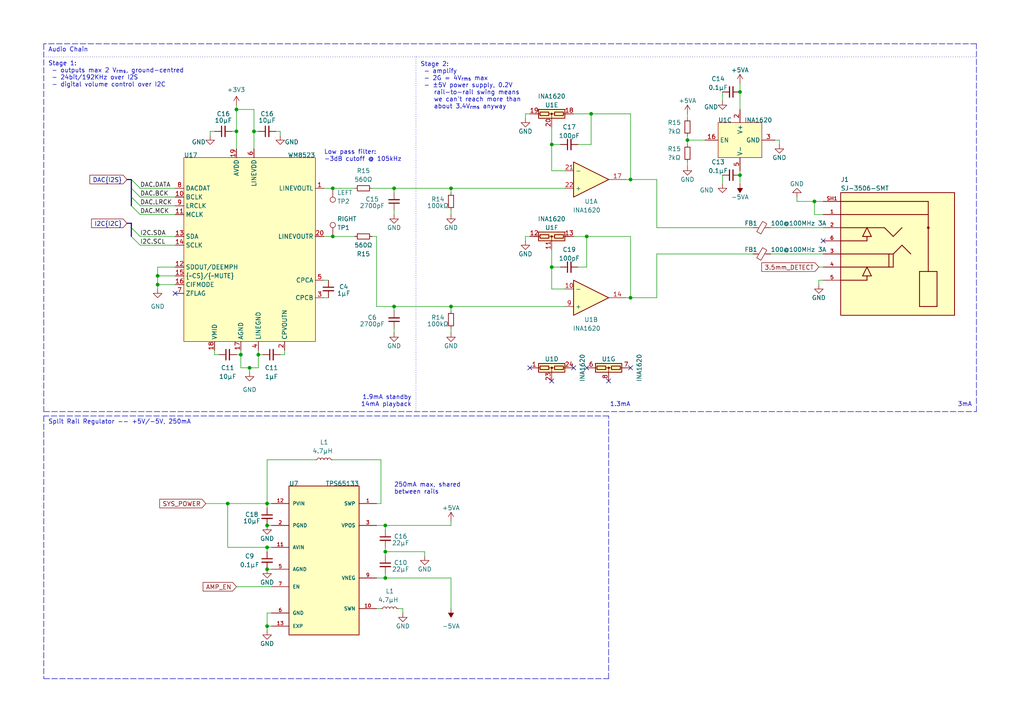
<source format=kicad_sch>
(kicad_sch (version 20230121) (generator eeschema)
  (paper "A4")
  (title_block (title "TANGARA") (date "2023-05-30") (rev "4") (company "made by jacqueline") (comment 1 "SPDX-License-Identifier: CERN-OHL-S-2.0"))
  (lib_symbols
    (symbol "Connector:TestPoint" (pin_numbers hide) (pin_names (offset 0.762) hide)
      (property "Reference" "TP" (at 0 6.858 0))
      (property "Value" "TestPoint" (at 0 5.08 0))
      (symbol "TestPoint_0_1"
        (circle (center 0 3.302) (radius 0.762))
      )
      (symbol "TestPoint_1_1"
        (pin passive line (at 0 0 90) (length 2.54) (name "1") (number "1"))
      )
    )
    (symbol "Device:C_Small" (pin_numbers hide) (pin_names (offset 0.254) hide)
      (property "Reference" "C" (at 0.254 1.778 0))
      (property "Value" "C_Small" (at 0.254 -2.032 0))
      (symbol "C_Small_0_1"
        (polyline (pts (xy -1.524 -0.508) (xy 1.524 -0.508)) (stroke (width 0.3302)))
        (polyline (pts (xy -1.524 0.508) (xy 1.524 0.508)) (stroke (width 0.3048)))
      )
      (symbol "C_Small_1_1"
        (pin passive line (at 0 2.54 270) (length 2.032) (name "~") (number "1"))
        (pin passive line (at 0 -2.54 90) (length 2.032) (name "~") (number "2"))
      )
    )
    (symbol "Device:Ferrite_Bead_Small" (pin_numbers hide) (pin_names (offset 0))
      (property "Reference" "FB" (at 1.905 1.27 0))
      (property "Value" "Device_Ferrite_Bead_Small" (at 1.905 -1.27 0))
      (symbol "Ferrite_Bead_Small_0_1"
        (polyline (pts (xy 0 -1.27) (xy 0 -0.7874)))
        (polyline (pts (xy 0 0.889) (xy 0 1.2954)))
        (polyline (pts (xy -1.8288 0.2794) (xy -1.1176 1.4986) (xy 1.8288 -0.2032) (xy 1.1176 -1.4224) (xy -1.8288 0.2794)))
      )
      (symbol "Ferrite_Bead_Small_1_1"
        (pin passive line (at 0 2.54 270) (length 1.27) (name "~") (number "1"))
        (pin passive line (at 0 -2.54 90) (length 1.27) (name "~") (number "2"))
      )
    )
    (symbol "Device:L_Small" (pin_numbers hide) (pin_names (offset 0.254) hide)
      (property "Reference" "L" (at 0.762 1.016 0))
      (property "Value" "L_Small" (at 0.762 -1.016 0))
      (symbol "L_Small_0_1"
        (arc (start 0 -2.032) (mid 0.5058 -1.524) (end 0 -1.016))
        (arc (start 0 -1.016) (mid 0.5058 -0.508) (end 0 0))
        (arc (start 0 0) (mid 0.5058 0.508) (end 0 1.016))
        (arc (start 0 1.016) (mid 0.5058 1.524) (end 0 2.032))
      )
      (symbol "L_Small_1_1"
        (pin passive line (at 0 2.54 270) (length 0.508) (name "~") (number "1"))
        (pin passive line (at 0 -2.54 90) (length 0.508) (name "~") (number "2"))
      )
    )
    (symbol "Device:R_Small" (pin_numbers hide) (pin_names (offset 0.254) hide)
      (property "Reference" "R" (at 0.762 0.508 0))
      (property "Value" "R_Small" (at 0.762 -1.016 0))
      (symbol "R_Small_0_1"
        (rectangle (start -0.762 1.778) (end 0.762 -1.778) (stroke (width 0.2032)))
      )
      (symbol "R_Small_1_1"
        (pin passive line (at 0 2.54 270) (length 0.762) (name "~") (number "1"))
        (pin passive line (at 0 -2.54 90) (length 0.762) (name "~") (number "2"))
      )
    )
    (symbol "power:+3V3" (power) (pin_names (offset 0))
      (property "Value" "+3V3" (at 0 3.556 0))
      (symbol "+3V3_0_1"
        (polyline (pts (xy -0.762 1.27) (xy 0 2.54)))
        (polyline (pts (xy 0 0) (xy 0 2.54)))
        (polyline (pts (xy 0 2.54) (xy 0.762 1.27)))
      )
      (symbol "+3V3_1_1"
        (pin power_in line (at 0 0 90) (length 0) hide (name "+3V3") (number "1"))
      )
    )
    (symbol "power:+5VA" (power) (pin_names (offset 0))
      (property "Value" "+5VA" (at 0 3.556 0))
      (symbol "+5VA_0_1"
        (polyline (pts (xy -0.762 1.27) (xy 0 2.54)))
        (polyline (pts (xy 0 0) (xy 0 2.54)))
        (polyline (pts (xy 0 2.54) (xy 0.762 1.27)))
      )
      (symbol "+5VA_1_1"
        (pin power_in line (at 0 0 90) (length 0) hide (name "+5VA") (number "1"))
      )
    )
    (symbol "power:-5VA" (power) (pin_names (offset 0))
      (property "Value" "-5VA" (at 0 3.81 0))
      (symbol "-5VA_0_0"
        (pin power_in line (at 0 0 90) (length 0) hide (name "-5VA") (number "1"))
      )
      (symbol "-5VA_0_1"
        (polyline (pts (xy 0 0) (xy 0 1.27) (xy 0.762 1.27) (xy 0 2.54) (xy -0.762 1.27) (xy 0 1.27)) (fill (type outline)))
      )
    )
    (symbol "power:GND" (power) (pin_names (offset 0))
      (property "Value" "GND" (at 0 -3.81 0))
      (symbol "GND_0_1"
        (polyline (pts (xy 0 0) (xy 0 -1.27) (xy 1.27 -1.27) (xy 0 -2.54) (xy -1.27 -1.27) (xy 0 -1.27)))
      )
      (symbol "GND_1_1"
        (pin power_in line (at 0 0 270) (length 0) hide (name "GND") (number "1"))
      )
    )
    (symbol "symbols:INA1620"
      (property "Reference" "U" (at -3.81 7.62 0))
      (symbol "INA1620_1_1"
        (polyline (pts (xy 6.35 0) (xy -3.81 5.08) (xy -3.81 -5.08) (xy 6.35 0)) (stroke (width 0.254)) (fill (type background)))
        (pin output line (at 11.43 0 180) (length 5.08) (name "") (number "17"))
        (pin input line (at -6.35 -2.54 0) (length 2.54) (name "-") (number "21"))
        (pin input line (at -6.35 2.54 0) (length 2.54) (name "+") (number "22"))
      )
      (symbol "INA1620_2_1"
        (polyline (pts (xy 6.35 0) (xy -3.81 5.08) (xy -3.81 -5.08) (xy 6.35 0)) (stroke (width 0.254)) (fill (type background)))
        (pin input line (at -6.35 -2.54 0) (length 2.54) (name "-") (number "10"))
        (pin output line (at 11.43 0 180) (length 5.08) (name "") (number "14"))
        (pin input line (at -6.35 2.54 0) (length 2.54) (name "+") (number "9"))
      )
      (symbol "INA1620_3_1"
        (rectangle (start -6.35 5.08) (end 6.35 -5.08) (fill (type background)))
        (pin no_connect line (at -6.35 1.27 0) (length 3.81) hide (name "NC") (number "15"))
        (pin power_in line (at -10.16 0 0) (length 3.81) (name "EN") (number "16"))
        (pin power_in line (at 0 8.89 270) (length 3.81) (name "V+") (number "2"))
        (pin power_in line (at 0 -8.89 90) (length 3.81) hide (name "EP") (number "25"))
        (pin power_in line (at 10.16 0 180) (length 3.81) (name "GND") (number "3"))
        (pin no_connect line (at -6.35 -1.27 0) (length 3.81) hide (name "NC") (number "4"))
        (pin power_in line (at 0 -8.89 90) (length 3.81) (name "V-") (number "5"))
      )
      (symbol "INA1620_4_1"
        (rectangle (start -1.27 3.81) (end 1.27 -3.81) (stroke (width 0.254)) (fill (type background)))
        (rectangle (start -0.508 -0.8382) (end 0.508 -3.3782) (stroke (width 0.254)))
        (rectangle (start -0.508 3.3782) (end 0.508 0.8382) (stroke (width 0.254)))
        (polyline (pts (xy 0 -5.08) (xy 0 -3.429)))
        (polyline (pts (xy 0 0.889) (xy 0 -0.889)))
        (polyline (pts (xy 0 5.08) (xy 0 3.3782)))
        (polyline (pts (xy 1.27 0) (xy 0 0)))
        (circle (center 0 0.0254) (radius 0.254) (fill (type outline)))
        (pin passive line (at 0 -6.35 90) (length 2.54) (name "~") (number "1"))
        (pin passive line (at 3.81 0 180) (length 2.54) (name "~") (number "23"))
        (pin passive line (at 0 6.35 270) (length 2.54) (name "") (number "24"))
      )
      (symbol "INA1620_5_1"
        (rectangle (start -1.27 3.81) (end 1.27 -3.81) (stroke (width 0.254)) (fill (type background)))
        (rectangle (start -0.508 -0.8382) (end 0.508 -3.3782) (stroke (width 0.254)))
        (rectangle (start -0.508 3.3782) (end 0.508 0.8382) (stroke (width 0.254)))
        (polyline (pts (xy 0 -5.08) (xy 0 -3.429)))
        (polyline (pts (xy 0 0.889) (xy 0 -0.889)))
        (polyline (pts (xy 0 5.08) (xy 0 3.3782)))
        (polyline (pts (xy 1.27 0) (xy 0 0)))
        (circle (center 0 0.0254) (radius 0.254) (fill (type outline)))
        (pin passive line (at 0 -6.35 90) (length 2.54) (name "~") (number "18"))
        (pin passive line (at 0 6.35 270) (length 2.54) (name "~") (number "19"))
        (pin passive line (at 3.81 0 180) (length 2.54) (name "~") (number "20"))
      )
      (symbol "INA1620_6_1"
        (rectangle (start -1.27 3.81) (end 1.27 -3.81) (stroke (width 0.254)) (fill (type background)))
        (rectangle (start -0.508 -0.8382) (end 0.508 -3.3782) (stroke (width 0.254)))
        (rectangle (start -0.508 3.3782) (end 0.508 0.8382) (stroke (width 0.254)))
        (polyline (pts (xy 0 -5.08) (xy 0 -3.429)))
        (polyline (pts (xy 0 0.889) (xy 0 -0.889)))
        (polyline (pts (xy 0 5.08) (xy 0 3.3782)))
        (polyline (pts (xy 1.27 0) (xy 0 0)))
        (circle (center 0 0.0254) (radius 0.254) (fill (type outline)))
        (pin passive line (at 3.81 0 180) (length 2.54) (name "~") (number "11"))
        (pin passive line (at 0 6.35 270) (length 2.54) (name "~") (number "12"))
        (pin passive line (at 0 -6.35 90) (length 2.54) (name "~") (number "13"))
      )
      (symbol "INA1620_7_1"
        (rectangle (start -1.27 3.81) (end 1.27 -3.81) (stroke (width 0.254)) (fill (type background)))
        (rectangle (start -0.508 -0.8382) (end 0.508 -3.3782) (stroke (width 0.254)))
        (rectangle (start -0.508 3.3782) (end 0.508 0.8382) (stroke (width 0.254)))
        (polyline (pts (xy 0 -5.08) (xy 0 -3.429)))
        (polyline (pts (xy 0 0.889) (xy 0 -0.889)))
        (polyline (pts (xy 0 5.08) (xy 0 3.3782)))
        (polyline (pts (xy 1.27 0) (xy 0 0)))
        (circle (center 0 0.0254) (radius 0.254) (fill (type outline)))
        (pin passive line (at 0 -6.35 90) (length 2.54) (name "~") (number "6"))
        (pin passive line (at 0 6.35 270) (length 2.54) (name "~") (number "7"))
        (pin passive line (at 3.81 0 180) (length 2.54) (name "~") (number "8"))
      )
    )
    (symbol "symbols:SJ-3506-SMT" (pin_names (offset 1.016))
      (property "Reference" "J" (at -17.783 17.7838 0))
      (property "Value" "SJ-3506-SMT" (at -17.7835 -25.4051 0))
      (symbol "SJ-3506-SMT_0_0"
        (rectangle (start -17.78 17.78) (end 15.24 -17.78) (stroke (width 0.254)) (fill (type background)))
        (circle (center -10.16 7.62) (radius 0.254) (stroke (width 0.254)))
        (polyline (pts (xy -12.7 -15.24) (xy -7.62 -15.24)) (stroke (width 0.254)))
        (polyline (pts (xy -12.7 -5.08) (xy -12.7 -15.24)) (stroke (width 0.254)))
        (polyline (pts (xy -10.16 -5.08) (xy -12.7 -5.08)) (stroke (width 0.254)))
        (polyline (pts (xy -10.16 -5.08) (xy -10.16 7.62)) (stroke (width 0.254)))
        (polyline (pts (xy -10.16 7.62) (xy -10.16 15.24)) (stroke (width 0.254)))
        (polyline (pts (xy -10.16 11.43) (xy 15.24 11.43)) (stroke (width 0.254)))
        (polyline (pts (xy -10.16 15.24) (xy 15.24 15.24)) (stroke (width 0.254)))
        (polyline (pts (xy -7.62 -15.24) (xy -7.62 -5.08)) (stroke (width 0.254)))
        (polyline (pts (xy -7.62 -5.08) (xy -10.16 -5.08)) (stroke (width 0.254)))
        (polyline (pts (xy -5.08 0) (xy -2.54 2.54)) (stroke (width 0.254)))
        (polyline (pts (xy -2.54 2.54) (xy 0 0)) (stroke (width 0.254)))
        (polyline (pts (xy -2.54 7.62) (xy 0 5.08)) (stroke (width 0.254)))
        (polyline (pts (xy 0 -3.81) (xy 1.27 -3.81)) (stroke (width 0.254)))
        (polyline (pts (xy 0 0) (xy 0 -3.81)) (stroke (width 0.254)))
        (polyline (pts (xy 0 0) (xy 1.27 0)) (stroke (width 0.254)))
        (polyline (pts (xy 0 5.08) (xy 2.54 7.62)) (stroke (width 0.254)))
        (polyline (pts (xy 1.27 -3.81) (xy 15.24 -3.81)) (stroke (width 0.254)))
        (polyline (pts (xy 1.27 0) (xy 1.27 -3.81)) (stroke (width 0.254)))
        (polyline (pts (xy 1.27 0) (xy 15.24 0)) (stroke (width 0.254)))
        (polyline (pts (xy 2.54 7.62) (xy 7.62 7.62)) (stroke (width 0.254)))
        (polyline (pts (xy 6.35 -6.35) (xy 8.89 -6.35)) (stroke (width 0.254)))
        (polyline (pts (xy 6.35 5.08) (xy 8.89 5.08)) (stroke (width 0.254)))
        (polyline (pts (xy 7.62 -7.62) (xy 7.62 -6.35)) (stroke (width 0.254)))
        (polyline (pts (xy 7.62 -7.62) (xy 15.24 -7.62)) (stroke (width 0.254)))
        (polyline (pts (xy 7.62 -3.81) (xy 6.35 -6.35)) (stroke (width 0.254)))
        (polyline (pts (xy 7.62 3.81) (xy 15.24 3.81)) (stroke (width 0.254)))
        (polyline (pts (xy 7.62 5.08) (xy 7.62 3.81)) (stroke (width 0.254)))
        (polyline (pts (xy 7.62 7.62) (xy 6.35 5.08)) (stroke (width 0.254)))
        (polyline (pts (xy 7.62 7.62) (xy 15.24 7.62)) (stroke (width 0.254)))
        (polyline (pts (xy 8.89 -6.35) (xy 7.62 -3.81)) (stroke (width 0.254)))
        (polyline (pts (xy 8.89 5.08) (xy 7.62 7.62)) (stroke (width 0.254)))
        (pin passive line (at 20.32 11.43 180) (length 5.08) (name "~") (number "1"))
        (pin passive line (at 20.32 7.62 180) (length 5.08) (name "~") (number "2"))
        (pin passive line (at 20.32 0 180) (length 5.08) (name "~") (number "3"))
        (pin passive line (at 20.32 -3.81 180) (length 5.08) (name "~") (number "4"))
        (pin passive line (at 20.32 -7.62 180) (length 5.08) (name "~") (number "5"))
        (pin passive line (at 20.32 3.81 180) (length 5.08) (name "~") (number "6"))
        (pin passive line (at 20.32 15.24 180) (length 5.08) (name "~") (number "SH1"))
        (pin passive line (at 20.32 15.24 180) (length 5.08) hide (name "~") (number "SH2"))
      )
    )
    (symbol "symbols:TPS65135RTER" (pin_names (offset 1.016))
      (property "Reference" "U" (at -10.16 23.622 0))
      (property "Value" "TPS65135RTER" (at -10.16 -22.86 0))
      (symbol "TPS65135RTER_0_0"
        (rectangle (start -10.16 22.86) (end 10.16 -20.32) (stroke (width 0.254)) (fill (type background)))
        (pin bidirectional line (at 15.24 17.78 180) (length 5.08) (name "SWP") (number "1"))
        (pin bidirectional line (at 15.24 -12.7 180) (length 5.08) (name "SWN") (number "10"))
        (pin bidirectional line (at -15.24 5.08 0) (length 5.08) (name "AVIN") (number "11"))
        (pin bidirectional line (at -15.24 17.78 0) (length 5.08) (name "PVIN") (number "12"))
        (pin power_in line (at -15.24 -17.78 0) (length 5.08) (name "EXP") (number "13"))
        (pin power_in line (at -15.24 11.43 0) (length 5.08) (name "PGND") (number "2"))
        (pin output line (at 15.24 11.43 180) (length 5.08) (name "VPOS") (number "3"))
        (pin power_in line (at -15.24 -13.97 0) (length 5.08) hide (name "GND") (number "4"))
        (pin input line (at -15.24 -1.27 0) (length 5.08) (name "AGND") (number "5"))
        (pin power_in line (at -15.24 -13.97 0) (length 5.08) (name "GND") (number "6"))
        (pin input line (at -15.24 -6.35 0) (length 5.08) (name "EN") (number "7"))
        (pin output line (at -15.24 -13.97 0) (length 5.08) hide (name "GND") (number "8"))
        (pin output line (at 15.24 -3.81 180) (length 5.08) (name "VNEG") (number "9"))
      )
    )
    (symbol "symbols:WM8523"
      (property "Reference" "U" (at -3.81 5.08 0))
      (symbol "WM8523_0_0"
        (pin output line (at 21.59 16.51 180) (length 2.54) (name "LINEVOUTL") (number "1"))
        (pin output line (at -21.59 13.97 0) (length 2.54) (name "BCLK") (number "10"))
        (pin output line (at -21.59 8.89 0) (length 2.54) (name "MCLK") (number "11"))
        (pin output line (at -21.59 -6.35 0) (length 2.54) (name "SDOUT/DEEMPH") (number "12"))
        (pin output line (at -21.59 2.54 0) (length 2.54) (name "SDA") (number "13"))
        (pin output line (at -21.59 0 0) (length 2.54) (name "SCLK") (number "14"))
        (pin output line (at -21.59 -8.89 0) (length 2.54) (name "{~CS}/{~MUTE}") (number "15"))
        (pin output line (at -21.59 -11.43 0) (length 2.54) (name "CIFMODE") (number "16"))
        (pin output line (at -2.54 -30.48 90) (length 2.54) (name "AGND") (number "17"))
        (pin output line (at -10.16 -30.48 90) (length 2.54) (name "VMID") (number "18"))
        (pin output line (at -3.81 27.94 270) (length 2.54) (name "AVDD") (number "19"))
        (pin output line (at 10.16 -30.48 90) (length 2.54) (name "CPVOUTN") (number "2"))
        (pin output line (at 21.59 2.54 180) (length 2.54) (name "LINEVOUTR") (number "20"))
        (pin output line (at 21.59 -15.24 180) (length 2.54) (name "CPCB") (number "3"))
        (pin output line (at 2.54 -30.48 90) (length 2.54) (name "LINEGND") (number "4"))
        (pin output line (at 21.59 -10.16 180) (length 2.54) (name "CPCA") (number "5"))
        (pin output line (at 1.27 27.94 270) (length 2.54) (name "LINEVDD") (number "6"))
        (pin output line (at -21.59 -13.97 0) (length 2.54) (name "ZFLAG") (number "7"))
        (pin output line (at -21.59 16.51 0) (length 2.54) (name "DACDAT") (number "8"))
        (pin output line (at -21.59 11.43 0) (length 2.54) (name "LRCLK") (number "9"))
      )
      (symbol "WM8523_0_1"
        (rectangle (start -19.05 25.4) (end 19.05 -27.94) (fill (type background)))
      )
    )
  )
  (junction (at 236.22 58.42))
  (junction (at 96.52 68.58))
  (junction (at 68.58 31.75))
  (junction (at 45.72 80.01))
  (junction (at 199.39 40.64))
  (junction (at 74.93 102.87))
  (junction (at 130.81 88.9))
  (junction (at 66.04 146.05))
  (junction (at 77.47 181.61))
  (junction (at 171.45 33.02))
  (junction (at 111.76 167.64))
  (junction (at 77.47 165.1))
  (junction (at 77.47 152.4))
  (junction (at 214.63 26.67))
  (junction (at 77.47 158.75))
  (junction (at 214.63 50.8))
  (junction (at 73.66 38.1))
  (junction (at 160.02 77.47))
  (junction (at 182.88 86.36))
  (junction (at 68.58 38.1))
  (junction (at 111.76 152.4))
  (junction (at 160.02 41.91))
  (junction (at 111.76 160.02))
  (junction (at 72.39 106.68))
  (junction (at 96.52 54.61))
  (junction (at 77.47 146.05))
  (junction (at 69.85 102.87))
  (junction (at 130.81 54.61))
  (junction (at 182.88 52.07))
  (junction (at 170.18 68.58))
  (junction (at 114.3 88.9))
  (junction (at 45.72 82.55))
  (junction (at 114.3 54.61))
  (no_connect (at 166.37 106.68))
  (no_connect (at 50.8 85.09))
  (no_connect (at 153.67 106.68))
  (no_connect (at 182.88 106.68))
  (no_connect (at 170.18 106.68))
  (no_connect (at 238.76 69.85))
  (no_connect (at 176.53 110.49))
  (no_connect (at 160.02 110.49))
  (bus_entry (at 38.1 52.07) (size 2.54 2.54))
  (bus_entry (at 38.1 59.69) (size 2.54 2.54))
  (bus_entry (at 40.64 71.12) (size -2.54 -2.54))
  (bus_entry (at 38.1 57.15) (size 2.54 2.54))
  (bus_entry (at 38.1 54.61) (size 2.54 2.54))
  (bus_entry (at 40.64 68.58) (size -2.54 -2.54))
  (wire (pts (xy 109.22 146.05) (xy 110.49 146.05)))
  (polyline (pts (xy 12.7 16.51) (xy 283.21 16.51)) (stroke (width 0) (type dot)))
  (bus (pts (xy 38.1 54.61) (xy 38.1 57.15)))
  (wire (pts (xy 182.88 68.58) (xy 182.88 86.36)))
  (wire (pts (xy 68.58 31.75) (xy 68.58 38.1)))
  (wire (pts (xy 82.55 102.87) (xy 81.28 102.87)))
  (polyline (pts (xy 283.21 12.7) (xy 12.7 12.7)) (stroke (width 0) (type dash)))
  (polyline (pts (xy 283.21 119.38) (xy 283.21 12.7)) (stroke (width 0) (type dash)))
  (wire (pts (xy 181.61 86.36) (xy 182.88 86.36)))
  (wire (pts (xy 181.61 52.07) (xy 182.88 52.07)))
  (wire (pts (xy 160.02 77.47) (xy 160.02 83.82)))
  (polyline (pts (xy 120.65 16.51) (xy 120.65 119.38)) (stroke (width 0) (type dot)))
  (wire (pts (xy 40.64 68.58) (xy 50.8 68.58)))
  (wire (pts (xy 77.47 133.35) (xy 91.44 133.35)))
  (wire (pts (xy 110.49 176.53) (xy 109.22 176.53)))
  (wire (pts (xy 62.23 102.87) (xy 63.5 102.87)))
  (wire (pts (xy 93.98 54.61) (xy 96.52 54.61)))
  (wire (pts (xy 160.02 72.39) (xy 160.02 77.47)))
  (wire (pts (xy 170.18 77.47) (xy 170.18 68.58)))
  (wire (pts (xy 226.06 40.64) (xy 224.79 40.64)))
  (wire (pts (xy 73.66 31.75) (xy 68.58 31.75)))
  (wire (pts (xy 66.04 158.75) (xy 66.04 146.05)))
  (wire (pts (xy 237.49 77.47) (xy 238.76 77.47)))
  (wire (pts (xy 160.02 83.82) (xy 163.83 83.82)))
  (wire (pts (xy 190.5 66.04) (xy 218.44 66.04)))
  (wire (pts (xy 231.14 58.42) (xy 231.14 57.15)))
  (wire (pts (xy 45.72 80.01) (xy 45.72 82.55)))
  (wire (pts (xy 214.63 49.53) (xy 214.63 50.8)))
  (wire (pts (xy 50.8 77.47) (xy 45.72 77.47)))
  (wire (pts (xy 190.5 52.07) (xy 182.88 52.07)))
  (wire (pts (xy 130.81 96.52) (xy 130.81 95.25)))
  (wire (pts (xy 114.3 62.23) (xy 114.3 60.96)))
  (wire (pts (xy 62.23 101.6) (xy 62.23 102.87)))
  (wire (pts (xy 116.84 176.53) (xy 116.84 177.8)))
  (wire (pts (xy 199.39 40.64) (xy 199.39 39.37)))
  (wire (pts (xy 77.47 147.32) (xy 77.47 146.05)))
  (wire (pts (xy 96.52 68.58) (xy 102.87 68.58)))
  (wire (pts (xy 68.58 38.1) (xy 68.58 43.18)))
  (wire (pts (xy 167.64 41.91) (xy 171.45 41.91)))
  (wire (pts (xy 110.49 146.05) (xy 110.49 133.35)))
  (wire (pts (xy 40.64 54.61) (xy 50.8 54.61)))
  (wire (pts (xy 111.76 152.4) (xy 111.76 153.67)))
  (wire (pts (xy 166.37 33.02) (xy 171.45 33.02)))
  (polyline (pts (xy 176.53 120.65) (xy 12.7 120.65)) (stroke (width 0) (type dash)))
  (wire (pts (xy 77.47 182.88) (xy 77.47 181.61)))
  (wire (pts (xy 93.98 68.58) (xy 96.52 68.58)))
  (wire (pts (xy 130.81 167.64) (xy 111.76 167.64)))
  (wire (pts (xy 68.58 30.48) (xy 68.58 31.75)))
  (bus (pts (xy 36.83 64.77) (xy 38.1 64.77)))
  (wire (pts (xy 69.85 102.87) (xy 68.58 102.87)))
  (wire (pts (xy 77.47 146.05) (xy 77.47 133.35)))
  (wire (pts (xy 114.3 96.52) (xy 114.3 95.25)))
  (wire (pts (xy 199.39 33.02) (xy 199.39 34.29)))
  (wire (pts (xy 160.02 36.83) (xy 160.02 41.91)))
  (wire (pts (xy 62.23 38.1) (xy 60.96 38.1)))
  (wire (pts (xy 153.67 68.58) (xy 152.4 68.58)))
  (wire (pts (xy 69.85 106.68) (xy 69.85 102.87)))
  (wire (pts (xy 95.25 86.36) (xy 93.98 86.36)))
  (wire (pts (xy 81.28 38.1) (xy 80.01 38.1)))
  (wire (pts (xy 74.93 106.68) (xy 72.39 106.68)))
  (wire (pts (xy 111.76 160.02) (xy 111.76 161.29)))
  (wire (pts (xy 130.81 151.13) (xy 130.81 152.4)))
  (wire (pts (xy 231.14 58.42) (xy 236.22 58.42)))
  (wire (pts (xy 69.85 101.6) (xy 69.85 102.87)))
  (wire (pts (xy 74.93 102.87) (xy 76.2 102.87)))
  (wire (pts (xy 171.45 33.02) (xy 182.88 33.02)))
  (wire (pts (xy 81.28 39.37) (xy 81.28 38.1)))
  (wire (pts (xy 111.76 152.4) (xy 130.81 152.4)))
  (wire (pts (xy 74.93 102.87) (xy 74.93 106.68)))
  (wire (pts (xy 109.22 152.4) (xy 111.76 152.4)))
  (wire (pts (xy 130.81 55.88) (xy 130.81 54.61)))
  (wire (pts (xy 40.64 71.12) (xy 50.8 71.12)))
  (wire (pts (xy 238.76 81.28) (xy 237.49 81.28)))
  (wire (pts (xy 130.81 54.61) (xy 163.83 54.61)))
  (wire (pts (xy 170.18 68.58) (xy 182.88 68.58)))
  (wire (pts (xy 77.47 181.61) (xy 78.74 181.61)))
  (wire (pts (xy 72.39 106.68) (xy 69.85 106.68)))
  (wire (pts (xy 109.22 88.9) (xy 114.3 88.9)))
  (wire (pts (xy 114.3 54.61) (xy 130.81 54.61)))
  (wire (pts (xy 111.76 158.75) (xy 111.76 160.02)))
  (wire (pts (xy 59.69 146.05) (xy 66.04 146.05)))
  (wire (pts (xy 130.81 90.17) (xy 130.81 88.9)))
  (polyline (pts (xy 12.7 12.7) (xy 12.7 119.38)) (stroke (width 0) (type dash)))
  (wire (pts (xy 237.49 81.28) (xy 237.49 82.55)))
  (wire (pts (xy 190.5 66.04) (xy 190.5 52.07)))
  (wire (pts (xy 109.22 68.58) (xy 109.22 88.9)))
  (wire (pts (xy 96.52 54.61) (xy 102.87 54.61)))
  (bus (pts (xy 36.83 52.07) (xy 38.1 52.07)))
  (polyline (pts (xy 176.53 196.85) (xy 176.53 120.65)) (stroke (width 0) (type dash)))
  (wire (pts (xy 238.76 62.23) (xy 236.22 62.23)))
  (wire (pts (xy 223.52 73.66) (xy 238.76 73.66)))
  (wire (pts (xy 40.64 62.23) (xy 50.8 62.23)))
  (wire (pts (xy 72.39 106.68) (xy 72.39 107.95)))
  (wire (pts (xy 204.47 40.64) (xy 199.39 40.64)))
  (wire (pts (xy 74.93 101.6) (xy 74.93 102.87)))
  (bus (pts (xy 38.1 57.15) (xy 38.1 59.69)))
  (wire (pts (xy 60.96 38.1) (xy 60.96 39.37)))
  (wire (pts (xy 167.64 77.47) (xy 170.18 77.47)))
  (bus (pts (xy 38.1 66.04) (xy 38.1 68.58)))
  (wire (pts (xy 73.66 38.1) (xy 73.66 43.18)))
  (wire (pts (xy 123.19 160.02) (xy 111.76 160.02)))
  (wire (pts (xy 40.64 57.15) (xy 50.8 57.15)))
  (polyline (pts (xy 12.7 120.65) (xy 12.7 196.85)) (stroke (width 0) (type dash)))
  (wire (pts (xy 68.58 170.18) (xy 78.74 170.18)))
  (wire (pts (xy 109.22 167.64) (xy 111.76 167.64)))
  (polyline (pts (xy 12.7 196.85) (xy 176.53 196.85)) (stroke (width 0) (type dash)))
  (wire (pts (xy 226.06 41.91) (xy 226.06 40.64)))
  (wire (pts (xy 114.3 88.9) (xy 130.81 88.9)))
  (wire (pts (xy 160.02 41.91) (xy 162.56 41.91)))
  (wire (pts (xy 77.47 165.1) (xy 78.74 165.1)))
  (wire (pts (xy 77.47 158.75) (xy 78.74 158.75)))
  (wire (pts (xy 77.47 152.4) (xy 78.74 152.4)))
  (wire (pts (xy 130.81 62.23) (xy 130.81 60.96)))
  (wire (pts (xy 82.55 101.6) (xy 82.55 102.87)))
  (wire (pts (xy 130.81 176.53) (xy 130.81 167.64)))
  (wire (pts (xy 110.49 133.35) (xy 96.52 133.35)))
  (wire (pts (xy 152.4 33.02) (xy 152.4 34.29)))
  (wire (pts (xy 95.25 81.28) (xy 93.98 81.28)))
  (wire (pts (xy 77.47 146.05) (xy 78.74 146.05)))
  (wire (pts (xy 111.76 166.37) (xy 111.76 167.64)))
  (wire (pts (xy 223.52 66.04) (xy 238.76 66.04)))
  (wire (pts (xy 160.02 77.47) (xy 162.56 77.47)))
  (wire (pts (xy 107.95 68.58) (xy 109.22 68.58)))
  (wire (pts (xy 45.72 82.55) (xy 45.72 83.82)))
  (wire (pts (xy 190.5 73.66) (xy 190.5 86.36)))
  (wire (pts (xy 153.67 33.02) (xy 152.4 33.02)))
  (bus (pts (xy 38.1 52.07) (xy 38.1 54.61)))
  (wire (pts (xy 115.57 176.53) (xy 116.84 176.53)))
  (wire (pts (xy 50.8 82.55) (xy 45.72 82.55)))
  (wire (pts (xy 171.45 41.91) (xy 171.45 33.02)))
  (wire (pts (xy 130.81 88.9) (xy 163.83 88.9)))
  (wire (pts (xy 114.3 88.9) (xy 114.3 90.17)))
  (wire (pts (xy 77.47 158.75) (xy 66.04 158.75)))
  (wire (pts (xy 214.63 24.13) (xy 214.63 26.67)))
  (wire (pts (xy 236.22 58.42) (xy 236.22 62.23)))
  (wire (pts (xy 66.04 146.05) (xy 77.47 146.05)))
  (wire (pts (xy 123.19 161.29) (xy 123.19 160.02)))
  (wire (pts (xy 74.93 38.1) (xy 73.66 38.1)))
  (wire (pts (xy 78.74 177.8) (xy 77.47 177.8)))
  (wire (pts (xy 77.47 160.02) (xy 77.47 158.75)))
  (wire (pts (xy 152.4 68.58) (xy 152.4 69.85)))
  (wire (pts (xy 214.63 26.67) (xy 214.63 31.75)))
  (wire (pts (xy 163.83 49.53) (xy 160.02 49.53)))
  (wire (pts (xy 107.95 54.61) (xy 114.3 54.61)))
  (wire (pts (xy 190.5 73.66) (xy 218.44 73.66)))
  (wire (pts (xy 182.88 33.02) (xy 182.88 52.07)))
  (wire (pts (xy 166.37 68.58) (xy 170.18 68.58)))
  (wire (pts (xy 67.31 38.1) (xy 68.58 38.1)))
  (wire (pts (xy 50.8 80.01) (xy 45.72 80.01)))
  (wire (pts (xy 40.64 59.69) (xy 50.8 59.69)))
  (wire (pts (xy 209.55 26.67) (xy 209.55 29.21)))
  (wire (pts (xy 214.63 50.8) (xy 214.63 53.34)))
  (wire (pts (xy 199.39 40.64) (xy 199.39 41.91)))
  (wire (pts (xy 160.02 41.91) (xy 160.02 49.53)))
  (wire (pts (xy 45.72 77.47) (xy 45.72 80.01)))
  (polyline (pts (xy 12.7 119.38) (xy 283.21 119.38)) (stroke (width 0) (type dash)))
  (wire (pts (xy 73.66 38.1) (xy 73.66 31.75)))
  (wire (pts (xy 182.88 86.36) (xy 190.5 86.36)))
  (wire (pts (xy 77.47 177.8) (xy 77.47 181.61)))
  (wire (pts (xy 114.3 54.61) (xy 114.3 55.88)))
  (wire (pts (xy 236.22 58.42) (xy 238.76 58.42)))
  (wire (pts (xy 199.39 46.99) (xy 199.39 48.26)))
  (bus (pts (xy 38.1 64.77) (xy 38.1 66.04)))
  (wire (pts (xy 209.55 53.34) (xy 209.55 50.8)))
  (text "Low pass filter:\n-3dB cutoff @ 105kHz" (at 93.98 46.99 0) (effects (font (size 1.27 1.27)) (justify left bottom)))
  (text "Stage 2:\n - amplify\n - 2G = 4V_{rms} max\n - ±5V power supply, 0.2V\n    rail-to-rail swing means\n    we can't reach more than\n    about 3.4V_{rms} anyway" (at 121.92 31.75 0) (effects (font (size 1.27 1.27)) (justify left bottom)))
  (text "1.9mA standby\n14mA playback" (at 119.38 118.11 0) (effects (font (size 1.27 1.27)) (justify right bottom)))
  (text "Audio Chain\n" (at 13.97 15.24 0) (effects (font (size 1.27 1.27)) (justify left bottom)))
  (text "Stage 1:\n - outputs max 2 V_{rms}, ground-centred\n - 24bit/192KHz over I2S\n - digital volume control over I2C" (at 13.97 25.4 0) (effects (font (size 1.27 1.27)) (justify left bottom)))
  (text "250mA max, shared\nbetween rails" (at 114.3 143.51 0) (effects (font (size 1.27 1.27)) (justify left bottom)))
  (text "3mA" (at 281.94 118.11 0) (effects (font (size 1.27 1.27)) (justify right bottom)))
  (text "1.3mA" (at 182.88 118.11 0) (effects (font (size 1.27 1.27)) (justify right bottom)))
  (text "Split Rail Regulator -- +5V/-5V, 250mA" (at 13.97 123.19 0) (effects (font (size 1.27 1.27)) (justify left bottom)))
  (label "I2C.SDA" (at 40.64 68.58 0))
  (label "DAC.MCK" (at 40.64 62.23 0))
  (label "DAC.LRCK" (at 40.64 59.69 0))
  (label "DAC.DATA" (at 40.64 54.61 0))
  (label "DAC.BCK" (at 40.64 57.15 0))
  (label "I2C.SCL" (at 40.64 71.12 0))
  (global_label "3.5mm_DETECT" (shape input) (at 237.49 77.47 180) (property "Intersheetrefs" "${INTERSHEET_REFS}" (effects hide)))
  (global_label "AMP_EN" (shape input) (at 68.58 170.18 180) (property "Intersheetrefs" "${INTERSHEET_REFS}" (effects hide)))
  (global_label "I2C{I2C}" (shape input) (at 36.83 64.77 180) (property "Intersheetrefs" "${INTERSHEET_REFS}" (effects hide)))
  (global_label "DAC{I2S}" (shape input) (at 36.83 52.07 180) (property "Intersheetrefs" "${INTERSHEET_REFS}" (effects hide)))
  (global_label "SYS_POWER" (shape input) (at 59.69 146.05 180) (property "Intersheetrefs" "${INTERSHEET_REFS}" (effects hide)))
  (symbol (lib_id "power:GND") (at 77.47 165.1 0) (unit 1)
    (property "Reference" "#PWR015" (effects hide))
    (property "Value" "GND" (at 77.47 168.91 0))
  )
  (symbol (lib_id "symbols:SJ-3506-SMT") (at 259.08 73.66 0) (mirror y) (unit 1)
    (property "Reference" "J1" (at 243.84 52.07 0) (effects (justify right)))
    (property "Value" "SJ-3506-SMT" (at 243.84 54.61 0) (effects (justify right)))
    (property "Footprint" "footprints:CUI_SJ-3506-SMT" (effects hide))
    (property "MPN" "SJ-3506-SMT-TR" (effects hide))
  )
  (symbol (lib_id "power:+3V3") (at 68.58 30.48 0) (unit 1)
    (property "Reference" "#PWR07" (effects hide))
    (property "Value" "+3V3" (at 71.12 26.035 0) (effects (justify right)))
  )
  (symbol (lib_id "power:GND") (at 226.06 41.91 0) (unit 1)
    (property "Reference" "#PWR038" (effects hide))
    (property "Value" "GND" (at 226.06 45.72 0))
  )
  (symbol (lib_id "Device:Ferrite_Bead_Small") (at 220.98 66.04 90) (unit 1)
    (property "Reference" "FB1" (at 219.71 64.77 90) (effects (justify left)))
    (property "Value" "100@100MHz 3A" (at 223.52 64.77 90) (effects (justify right)))
    (property "Footprint" "Inductor_SMD:L_0603_1608Metric" (effects hide))
    (property "MPN" "BLM18KG101TN1D" (effects hide))
    (instances (project "tangara-mainboard" (path "" (reference "FB1") (unit 1)) (path "" (reference "FB2") (unit 1)) (path "" (reference "FB3") (unit 1))) (project "reform2-motherboard" (path "" (reference "FB17") (unit 1))))
  )
  (symbol (lib_id "Device:Ferrite_Bead_Small") (at 220.98 73.66 90) (unit 1)
    (property "Reference" "FB1" (at 219.71 72.39 90) (effects (justify left)))
    (property "Value" "100@100MHz 3A" (at 223.52 72.39 90) (effects (justify right)))
    (property "Footprint" "Inductor_SMD:L_0603_1608Metric" (effects hide))
    (property "MPN" "BLM18KG101TN1D" (effects hide))
    (instances (project "tangara-mainboard" (path "" (reference "FB1") (unit 1)) (path "" (reference "FB2") (unit 1)) (path "" (reference "FB4") (unit 1))) (project "reform2-motherboard" (path "" (reference "FB17") (unit 1))))
  )
  (symbol (lib_id "symbols:INA1620") (at 214.63 40.64 0) (unit 3)
    (property "Reference" "U1" (at 208.28 35.56 0) (effects (justify left bottom)))
    (property "Value" "INA1620" (at 215.9 35.56 0) (effects (justify left bottom)))
    (property "Footprint" "Package_DFN_QFN:QFN-24-1EP_4x4mm_P0.5mm_EP2.7x2.7mm_ThermalVias" (effects hide))
    (property "MPN" "INA1620RTWR" (effects hide))
  )
  (symbol (lib_id "Device:R_Small") (at 130.81 92.71 180) (unit 1)
    (property "Reference" "R14" (at 127 92.075 0))
    (property "Value" "100kΩ" (at 127 93.98 0))
    (property "Footprint" "Resistor_SMD:R_0603_1608Metric" (effects hide))
    (property "MPN" "RC0603JR-10100KL" (effects hide))
  )
  (symbol (lib_id "power:GND") (at 60.96 39.37 0) (unit 1)
    (property "Reference" "#PWR017" (effects hide))
    (property "Value" "GND" (at 59.69 41.91 0) (effects (justify right bottom)))
  )
  (symbol (lib_id "Device:C_Small") (at 165.1 77.47 90) (unit 1)
    (property "Reference" "C19" (at 165.1063 72.39 90))
    (property "Value" "100pF" (at 165.1063 74.93 90))
    (property "Footprint" "Capacitor_SMD:C_0603_1608Metric" (effects hide))
  )
  (symbol (lib_id "Device:C_Small") (at 114.3 58.42 180) (unit 1)
    (property "Reference" "C15" (at 107.95 57.785 0))
    (property "Value" "2700pF" (at 107.95 59.69 0))
    (property "Footprint" "Capacitor_SMD:C_0603_1608Metric" (effects hide))
    (property "MPN" "GRM1885C1H272JA01D" (effects hide))
  )
  (symbol (lib_id "power:+5VA") (at 130.81 151.13 0) (unit 1)
    (property "Reference" "#PWR019" (effects hide))
    (property "Value" "+5VA" (at 130.81 147.32 0))
  )
  (symbol (lib_id "Device:L_Small") (at 113.03 176.53 270) (mirror x) (unit 1)
    (property "Reference" "L1" (at 114.3 171.45 90) (effects (justify right)))
    (property "Value" "4.7μH" (at 115.57 173.99 90) (effects (justify right)))
    (property "Footprint" "Inductor_SMD:L_1008_2520Metric" (effects hide))
    (property "MPN" "1239AS-H-4R7M" (effects hide))
  )
  (symbol (lib_id "Device:C_Small") (at 111.76 163.83 0) (unit 1)
    (property "Reference" "C10" (at 116.205 163.195 0))
    (property "Value" "22μF" (at 116.205 165.1 0))
    (property "Footprint" "Capacitor_SMD:C_1206_3216Metric" (effects hide))
    (property "MPN" "GRM319R61C226KE15D" (effects hide))
  )
  (symbol (lib_id "symbols:WM8523") (at 72.39 71.12 0) (unit 1)
    (property "Reference" "U17" (at 53.34 45.72 0) (effects (justify left bottom)))
    (property "Value" "WM8523" (at 91.44 45.72 0) (effects (justify right bottom)))
    (property "Footprint" "Package_SO:SSOP-20_4.4x6.5mm_P0.65mm" (effects hide))
    (property "MPN" "WM8523GEDT/R" (effects hide))
  )
  (symbol (lib_id "Device:R_Small") (at 105.41 68.58 90) (mirror x) (unit 1)
    (property "Reference" "R15" (at 105.41 73.66 90))
    (property "Value" "560Ω" (at 105.41 71.12 90))
    (property "Footprint" "Resistor_SMD:R_0805_2012Metric" (effects hide))
    (property "MPN" "ERJ-P06F5600V" (effects hide))
  )
  (symbol (lib_id "power:GND") (at 130.81 62.23 0) (unit 1)
    (property "Reference" "#PWR032" (effects hide))
    (property "Value" "GND" (at 130.81 66.04 0))
  )
  (symbol (lib_id "power:GND") (at 209.55 29.21 0) (unit 1)
    (property "Reference" "#PWR037" (effects hide))
    (property "Value" "GND" (at 208.28 31.75 0) (effects (justify right bottom)))
  )
  (symbol (lib_id "Device:C_Small") (at 95.25 83.82 0) (unit 1)
    (property "Reference" "C4" (at 99.695 83.185 0))
    (property "Value" "1μF" (at 99.695 85.09 0))
    (property "Footprint" "Capacitor_SMD:C_0805_2012Metric" (effects hide))
    (property "MPN" "GRM216R61C105KA88D" (effects hide))
  )
  (symbol (lib_id "Device:R_Small") (at 130.81 58.42 180) (unit 1)
    (property "Reference" "R14" (at 127 57.785 0))
    (property "Value" "100kΩ" (at 127 59.69 0))
    (property "Footprint" "Resistor_SMD:R_0603_1608Metric" (effects hide))
    (property "MPN" "RC0603JR-10100KL" (effects hide))
  )
  (symbol (lib_id "symbols:TPS65135RTER") (at 93.98 163.83 0) (unit 1)
    (property "Reference" "U7" (at 83.82 140.97 0) (effects (justify left bottom)))
    (property "Value" "TPS65133" (at 104.14 140.97 0) (effects (justify right bottom)))
    (property "Footprint" "footprints:SON40P300X300X80-13N" (effects hide))
    (property "MPN" "TPS65133DPDR" (effects hide))
  )
  (symbol (lib_id "power:GND") (at 81.28 39.37 0) (unit 1)
    (property "Reference" "#PWR017" (effects hide))
    (property "Value" "GND" (at 82.55 41.91 0) (effects (justify left bottom)))
  )
  (symbol (lib_id "Device:R_Small") (at 199.39 36.83 180) (unit 1)
    (property "Reference" "R15" (at 195.58 35.56 0))
    (property "Value" "?kΩ" (at 195.58 38.1 0))
    (property "Footprint" "Resistor_SMD:R_0603_1608Metric" (effects hide))
  )
  (symbol (lib_id "power:GND") (at 45.72 83.82 0) (unit 1)
    (property "Reference" "#PWR034" (effects hide))
    (property "Value" "GND" (at 45.72 88.9 0))
  )
  (symbol (lib_id "power:GND") (at 114.3 62.23 0) (unit 1)
    (property "Reference" "#PWR017" (effects hide))
    (property "Value" "GND" (at 114.3 66.04 0))
  )
  (symbol (lib_id "Connector:TestPoint") (at 96.52 68.58 0) (mirror y) (unit 1)
    (property "Reference" "TP1" (at 97.79 66.04 0) (effects (justify right)))
    (property "Value" "RIGHT" (at 97.79 63.5 0) (effects (justify right)))
    (property "Footprint" "TestPoint:TestPoint_Pad_D1.5mm" (effects hide))
  )
  (symbol (lib_id "power:GND") (at 72.39 107.95 0) (unit 1)
    (property "Reference" "#PWR034" (effects hide))
    (property "Value" "GND" (at 72.39 113.03 0))
  )
  (symbol (lib_id "Device:R_Small") (at 199.39 44.45 180) (unit 1)
    (property "Reference" "R15" (at 195.58 43.18 0))
    (property "Value" "?kΩ" (at 195.58 45.72 0))
    (property "Footprint" "Resistor_SMD:R_0603_1608Metric" (effects hide))
  )
  (symbol (lib_id "power:GND") (at 237.49 82.55 0) (mirror y) (unit 1)
    (property "Reference" "#PWR018" (effects hide))
    (property "Value" "GND" (at 237.49 86.36 0))
  )
  (symbol (lib_id "power:GND") (at 114.3 96.52 0) (unit 1)
    (property "Reference" "#PWR016" (effects hide))
    (property "Value" "GND" (at 114.3 100.33 0))
  )
  (symbol (lib_id "Device:L_Small") (at 93.98 133.35 270) (mirror x) (unit 1)
    (property "Reference" "L1" (at 95.25 128.27 90) (effects (justify right)))
    (property "Value" "4.7μH" (at 96.52 130.81 90) (effects (justify right)))
    (property "Footprint" "Inductor_SMD:L_1008_2520Metric" (effects hide))
    (property "MPN" "1239AS-H-4R7M" (effects hide))
  )
  (symbol (lib_id "Device:C_Small") (at 78.74 102.87 90) (unit 1)
    (property "Reference" "C11" (at 78.74 106.68 90))
    (property "Value" "1μF" (at 78.74 109.22 90))
    (property "Footprint" "Capacitor_SMD:C_0805_2012Metric" (effects hide))
    (property "MPN" "GRM216R61C105KA88D" (effects hide))
  )
  (symbol (lib_id "Device:C_Small") (at 212.09 50.8 270) (unit 1)
    (property "Reference" "C13" (at 208.28 46.99 90))
    (property "Value" "0.1μF" (at 208.28 49.53 90))
    (property "Footprint" "Capacitor_SMD:C_0603_1608Metric" (effects hide))
    (property "MPN" "GCM188R71C104KA37J" (effects hide))
  )
  (symbol (lib_id "power:GND") (at 231.14 57.15 0) (mirror x) (unit 1)
    (property "Reference" "#PWR018" (effects hide))
    (property "Value" "GND" (at 231.14 53.34 0))
  )
  (symbol (lib_id "Device:C_Small") (at 66.04 102.87 90) (unit 1)
    (property "Reference" "C11" (at 66.04 106.68 90))
    (property "Value" "10μF" (at 66.04 109.22 90))
    (property "Footprint" "Capacitor_SMD:C_0805_2012Metric" (effects hide))
    (property "MPN" "GRM21BR61C106KE15K" (effects hide))
  )
  (symbol (lib_id "power:GND") (at 152.4 69.85 0) (unit 1)
    (property "Reference" "#PWR032" (effects hide))
    (property "Value" "GND" (at 152.4 73.66 0))
  )
  (symbol (lib_id "power:-5VA") (at 214.63 53.34 180) (unit 1)
    (property "Reference" "#PWR025" (effects hide))
    (property "Value" "-5VA" (at 214.63 57.15 0))
  )
  (symbol (lib_id "symbols:INA1620") (at 176.53 106.68 270) (unit 7)
    (property "Reference" "U1" (at 176.53 104.14 90))
    (property "Value" "INA1620" (at 185.42 106.68 0))
    (property "Footprint" "Package_DFN_QFN:QFN-24-1EP_4x4mm_P0.5mm_EP2.7x2.7mm_ThermalVias" (effects hide))
    (property "MPN" "INA1620RTWR" (effects hide))
  )
  (symbol (lib_id "power:GND") (at 77.47 152.4 0) (unit 1)
    (property "Reference" "#PWR024" (effects hide))
    (property "Value" "GND" (at 77.47 156.21 0))
  )
  (symbol (lib_id "power:GND") (at 130.81 96.52 0) (unit 1)
    (property "Reference" "#PWR032" (effects hide))
    (property "Value" "GND" (at 130.81 100.33 0))
  )
  (symbol (lib_id "power:+5VA") (at 199.39 33.02 0) (unit 1)
    (property "Reference" "#PWR027" (effects hide))
    (property "Value" "+5VA" (at 199.39 29.21 0))
  )
  (symbol (lib_id "power:GND") (at 116.84 177.8 0) (unit 1)
    (property "Reference" "#PWR039" (effects hide))
    (property "Value" "GND" (at 116.84 181.61 0))
  )
  (symbol (lib_id "Device:R_Small") (at 105.41 54.61 90) (unit 1)
    (property "Reference" "R15" (at 105.41 49.53 90))
    (property "Value" "560Ω" (at 105.41 52.07 90))
    (property "Footprint" "Resistor_SMD:R_0805_2012Metric" (effects hide))
    (property "MPN" "ERJ-P06F5600V" (effects hide))
  )
  (symbol (lib_id "power:GND") (at 152.4 34.29 0) (unit 1)
    (property "Reference" "#PWR032" (effects hide))
    (property "Value" "GND" (at 152.4 38.1 0))
  )
  (symbol (lib_id "Device:C_Small") (at 64.77 38.1 90) (unit 1)
    (property "Reference" "C16" (at 64.77 33.02 90))
    (property "Value" "10μF" (at 64.77 34.925 90))
    (property "Footprint" "Capacitor_SMD:C_0805_2012Metric" (effects hide))
    (property "MPN" "GRM21BR61C106KE15K" (effects hide))
  )
  (symbol (lib_id "power:GND") (at 123.19 161.29 0) (unit 1)
    (property "Reference" "#PWR013" (effects hide))
    (property "Value" "GND" (at 123.19 165.1 0))
  )
  (symbol (lib_id "Device:C_Small") (at 111.76 156.21 0) (unit 1)
    (property "Reference" "C16" (at 116.205 155.575 0))
    (property "Value" "22μF" (at 116.205 157.48 0))
    (property "Footprint" "Capacitor_SMD:C_1206_3216Metric" (effects hide))
    (property "MPN" "GRM319R61C226KE15D" (effects hide))
  )
  (symbol (lib_id "power:GND") (at 199.39 48.26 0) (unit 1)
    (property "Reference" "#PWR038" (effects hide))
    (property "Value" "GND" (at 199.39 52.07 0))
  )
  (symbol (lib_id "Device:C_Small") (at 77.47 149.86 0) (mirror y) (unit 1)
    (property "Reference" "C18" (at 73.025 149.225 0))
    (property "Value" "10μF" (at 73.025 151.13 0))
    (property "Footprint" "Capacitor_SMD:C_0805_2012Metric" (effects hide))
    (property "MPN" "GRM21BR61C106KE15K" (effects hide))
  )
  (symbol (lib_id "power:GND") (at 209.55 53.34 0) (unit 1)
    (property "Reference" "#PWR038" (effects hide))
    (property "Value" "GND" (at 207.01 55.88 0) (effects (justify right bottom)))
  )
  (symbol (lib_id "symbols:INA1620") (at 160.02 106.68 270) (unit 4)
    (property "Reference" "U1" (at 160.02 104.14 90))
    (property "Value" "INA1620" (at 168.91 106.68 0))
    (property "Footprint" "Package_DFN_QFN:QFN-24-1EP_4x4mm_P0.5mm_EP2.7x2.7mm_ThermalVias" (effects hide))
    (property "MPN" "INA1620RTWR" (effects hide))
  )
  (symbol (lib_id "Device:C_Small") (at 77.47 38.1 90) (unit 1)
    (property "Reference" "C16" (at 77.47 33.02 90))
    (property "Value" "10μF" (at 77.47 34.925 90))
    (property "Footprint" "Capacitor_SMD:C_0805_2012Metric" (effects hide))
    (property "MPN" "GRM21BR61C106KE15K" (effects hide))
  )
  (symbol (lib_id "power:+5VA") (at 214.63 24.13 0) (unit 1)
    (property "Reference" "#PWR027" (effects hide))
    (property "Value" "+5VA" (at 214.63 20.32 0))
  )
  (symbol (lib_id "symbols:INA1620") (at 160.02 68.58 90) (mirror x) (unit 6)
    (property "Reference" "U1" (at 160.02 66.04 90))
    (property "Value" "INA1620" (at 160.02 63.5 90))
    (property "Footprint" "Package_DFN_QFN:QFN-24-1EP_4x4mm_P0.5mm_EP2.7x2.7mm_ThermalVias" (effects hide))
    (property "MPN" "INA1620RTWR" (effects hide))
  )
  (symbol (lib_id "power:GND") (at 77.47 182.88 0) (mirror y) (unit 1)
    (property "Reference" "#PWR012" (effects hide))
    (property "Value" "GND" (at 77.47 186.69 0))
  )
  (symbol (lib_id "symbols:INA1620") (at 170.18 52.07 0) (mirror x) (unit 1)
    (property "Reference" "U1" (at 171.45 58.42 0))
    (property "Value" "INA1620" (at 170.18 60.96 0))
    (property "Footprint" "Package_DFN_QFN:QFN-24-1EP_4x4mm_P0.5mm_EP2.7x2.7mm_ThermalVias" (effects hide))
    (property "MPN" "INA1620RTWR" (effects hide))
  )
  (symbol (lib_id "Device:C_Small") (at 212.09 26.67 270) (unit 1)
    (property "Reference" "C14" (at 208.28 22.86 90))
    (property "Value" "0.1μF" (at 208.28 25.4 90))
    (property "Footprint" "Capacitor_SMD:C_0603_1608Metric" (effects hide))
    (property "MPN" "GCM188R71C104KA37J" (effects hide))
  )
  (symbol (lib_id "Device:C_Small") (at 77.47 162.56 0) (unit 1)
    (property "Reference" "C9" (at 72.39 161.29 0))
    (property "Value" "0.1μF" (at 72.39 163.83 0))
    (property "Footprint" "Capacitor_SMD:C_0603_1608Metric" (effects hide))
    (property "MPN" "GCM188R71C104KA37J" (effects hide))
  )
  (symbol (lib_id "Device:C_Small") (at 165.1 41.91 90) (unit 1)
    (property "Reference" "C17" (at 165.1063 36.83 90))
    (property "Value" "100pF" (at 165.1063 39.37 90))
    (property "Footprint" "Capacitor_SMD:C_0603_1608Metric" (effects hide))
  )
  (symbol (lib_id "symbols:INA1620") (at 160.02 33.02 90) (mirror x) (unit 5)
    (property "Reference" "U1" (at 160.02 30.48 90))
    (property "Value" "INA1620" (at 160.02 27.94 90))
    (property "Footprint" "Package_DFN_QFN:QFN-24-1EP_4x4mm_P0.5mm_EP2.7x2.7mm_ThermalVias" (effects hide))
    (property "MPN" "INA1620RTWR" (effects hide))
  )
  (symbol (lib_id "Device:C_Small") (at 114.3 92.71 180) (unit 1)
    (property "Reference" "C6" (at 107.95 92.075 0))
    (property "Value" "2700pF" (at 107.95 93.98 0))
    (property "Footprint" "Capacitor_SMD:C_0603_1608Metric" (effects hide))
    (property "MPN" "GRM1885C1H272JA01D" (effects hide))
  )
  (symbol (lib_id "symbols:INA1620") (at 170.18 86.36 0) (mirror x) (unit 2)
    (property "Reference" "U1" (at 171.45 92.71 0))
    (property "Value" "INA1620" (at 170.18 95.25 0))
    (property "Footprint" "Package_DFN_QFN:QFN-24-1EP_4x4mm_P0.5mm_EP2.7x2.7mm_ThermalVias" (effects hide))
    (property "MPN" "INA1620RTWR" (effects hide))
  )
  (symbol (lib_id "Connector:TestPoint") (at 96.52 54.61 0) (mirror x) (unit 1)
    (property "Reference" "TP2" (at 97.79 58.42 0) (effects (justify left)))
    (property "Value" "LEFT" (at 97.79 55.88 0) (effects (justify left)))
    (property "Footprint" "TestPoint:TestPoint_Pad_D1.5mm" (effects hide))
  )
  (symbol (lib_id "power:-5VA") (at 130.81 176.53 180) (unit 1)
    (property "Reference" "#PWR022" (effects hide))
    (property "Value" "-5VA" (at 130.81 181.61 0))
  )
)
</source>
